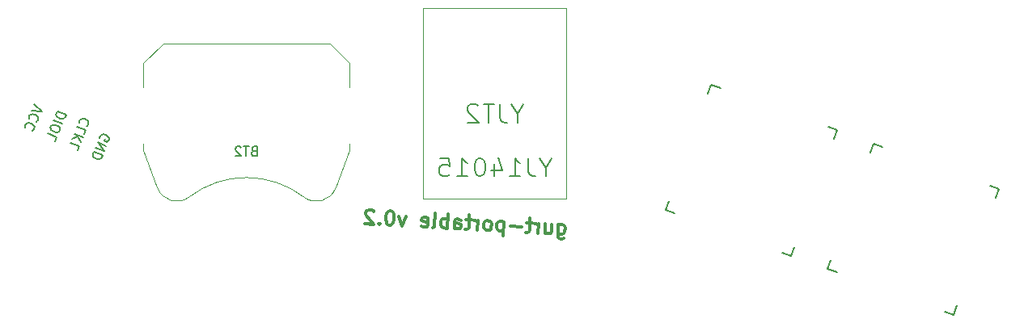
<source format=gbr>
%TF.GenerationSoftware,KiCad,Pcbnew,(6.0.4)*%
%TF.CreationDate,2022-07-15T11:17:58+02:00*%
%TF.ProjectId,kicad,6b696361-642e-46b6-9963-61645f706362,v 0.2*%
%TF.SameCoordinates,Original*%
%TF.FileFunction,Legend,Bot*%
%TF.FilePolarity,Positive*%
%FSLAX46Y46*%
G04 Gerber Fmt 4.6, Leading zero omitted, Abs format (unit mm)*
G04 Created by KiCad (PCBNEW (6.0.4)) date 2022-07-15 11:17:58*
%MOMM*%
%LPD*%
G01*
G04 APERTURE LIST*
%ADD10C,0.300000*%
%ADD11C,0.150000*%
%ADD12C,0.152400*%
%ADD13C,0.100000*%
G04 APERTURE END LIST*
D10*
X156653460Y-132939287D02*
X156589909Y-134151909D01*
X156653763Y-134298308D01*
X156721355Y-134373377D01*
X156860279Y-134452184D01*
X157074271Y-134463399D01*
X157220670Y-134399545D01*
X156604862Y-133866586D02*
X156743785Y-133945393D01*
X157029108Y-133960346D01*
X157175508Y-133896492D01*
X157250576Y-133828900D01*
X157329384Y-133689977D01*
X157351813Y-133261993D01*
X157287959Y-133115593D01*
X157220367Y-133040524D01*
X157081444Y-132961717D01*
X156796121Y-132946764D01*
X156649721Y-133010618D01*
X155298177Y-132868260D02*
X155245841Y-133866889D01*
X155940153Y-132901904D02*
X155899032Y-133686542D01*
X155820225Y-133825465D01*
X155673825Y-133889319D01*
X155459833Y-133878104D01*
X155320910Y-133799297D01*
X155253317Y-133724228D01*
X154532534Y-133829506D02*
X154584870Y-132830877D01*
X154569917Y-133116200D02*
X154506063Y-132969800D01*
X154438470Y-132894731D01*
X154299547Y-132815924D01*
X154156886Y-132808447D01*
X153871563Y-132793494D02*
X153300918Y-132763588D01*
X153683739Y-132282964D02*
X153616450Y-133566917D01*
X153537643Y-133705840D01*
X153391243Y-133769694D01*
X153248582Y-133762217D01*
X152779173Y-133165404D02*
X151637882Y-133105591D01*
X150947005Y-132640224D02*
X150868501Y-134138169D01*
X150943267Y-132711555D02*
X150804344Y-132632748D01*
X150519021Y-132617795D01*
X150372622Y-132681649D01*
X150297553Y-132749241D01*
X150218745Y-132888164D01*
X150196316Y-133316148D01*
X150260170Y-133462548D01*
X150327762Y-133537617D01*
X150466685Y-133616424D01*
X150752008Y-133631377D01*
X150898408Y-133567523D01*
X149325394Y-133556612D02*
X149471794Y-133492758D01*
X149546863Y-133425165D01*
X149625670Y-133286242D01*
X149648100Y-132858258D01*
X149584246Y-132711858D01*
X149516653Y-132636789D01*
X149377730Y-132557982D01*
X149163738Y-132546767D01*
X149017339Y-132610621D01*
X148942270Y-132678214D01*
X148863462Y-132817137D01*
X148841033Y-133245121D01*
X148904887Y-133391521D01*
X148972479Y-133466590D01*
X149111402Y-133545397D01*
X149325394Y-133556612D01*
X148184103Y-133496799D02*
X148236439Y-132498170D01*
X148221486Y-132783492D02*
X148157632Y-132637093D01*
X148090040Y-132562024D01*
X147951117Y-132483217D01*
X147808455Y-132475740D01*
X147523133Y-132460787D02*
X146952487Y-132430881D01*
X147335308Y-131950257D02*
X147268019Y-133234209D01*
X147189212Y-133373133D01*
X147042813Y-133436987D01*
X146900151Y-133429510D01*
X145758860Y-133369698D02*
X145799981Y-132585060D01*
X145878789Y-132446137D01*
X146025188Y-132382283D01*
X146310511Y-132397236D01*
X146449434Y-132476043D01*
X145762599Y-133298367D02*
X145901522Y-133377174D01*
X146258175Y-133395866D01*
X146404575Y-133332011D01*
X146483382Y-133193088D01*
X146490858Y-133050427D01*
X146427004Y-132904027D01*
X146288081Y-132825220D01*
X145931428Y-132806529D01*
X145792505Y-132727721D01*
X145045553Y-133332315D02*
X145124057Y-131834370D01*
X145094151Y-132405016D02*
X144955228Y-132326209D01*
X144669905Y-132311256D01*
X144523506Y-132375110D01*
X144448437Y-132442702D01*
X144369629Y-132581625D01*
X144347200Y-133009609D01*
X144411054Y-133156009D01*
X144478646Y-133231078D01*
X144617569Y-133309885D01*
X144902892Y-133324838D01*
X145049292Y-133260984D01*
X143476278Y-133250073D02*
X143622678Y-133186218D01*
X143701485Y-133047295D01*
X143768774Y-131763343D01*
X142338726Y-133118929D02*
X142477649Y-133197737D01*
X142762972Y-133212690D01*
X142909371Y-133148836D01*
X142988179Y-133009913D01*
X143018085Y-132439267D01*
X142954231Y-132292867D01*
X142815308Y-132214060D01*
X142529985Y-132199107D01*
X142383585Y-132262961D01*
X142304778Y-132401884D01*
X142297301Y-132544546D01*
X143003132Y-132724590D01*
X140675387Y-132101912D02*
X140266398Y-133081850D01*
X139962080Y-132064529D01*
X139132280Y-131520355D02*
X138989619Y-131512878D01*
X138843219Y-131576732D01*
X138768150Y-131644325D01*
X138689343Y-131783248D01*
X138603059Y-132064832D01*
X138584368Y-132421486D01*
X138640745Y-132710547D01*
X138704599Y-132856946D01*
X138772192Y-132932015D01*
X138911115Y-133010822D01*
X139053776Y-133018299D01*
X139200176Y-132954445D01*
X139275245Y-132886853D01*
X139354052Y-132747929D01*
X139440336Y-132466345D01*
X139459027Y-132109692D01*
X139402650Y-131820631D01*
X139338796Y-131674231D01*
X139271203Y-131599162D01*
X139132280Y-131520355D01*
X137919962Y-132815825D02*
X137844893Y-132883418D01*
X137912485Y-132958487D01*
X137987554Y-132890894D01*
X137919962Y-132815825D01*
X137912485Y-132958487D01*
X137341537Y-131569559D02*
X137273944Y-131494490D01*
X137135021Y-131415683D01*
X136778368Y-131396991D01*
X136631968Y-131460846D01*
X136556899Y-131528438D01*
X136478092Y-131667361D01*
X136470615Y-131810022D01*
X136530731Y-132027753D01*
X137341840Y-132928580D01*
X136414541Y-132879983D01*
D11*
X105104592Y-121444916D02*
X104177408Y-121070309D01*
X104088216Y-121291067D01*
X104078853Y-121441361D01*
X104131479Y-121565341D01*
X104201944Y-121645169D01*
X104360712Y-121760674D01*
X104493167Y-121814190D01*
X104687612Y-121841392D01*
X104793753Y-121832917D01*
X104917733Y-121780291D01*
X105015400Y-121665674D01*
X105104592Y-121444916D01*
X104729985Y-122372100D02*
X103802802Y-121997493D01*
X103553064Y-122615616D02*
X103481710Y-122792222D01*
X103490185Y-122898364D01*
X103542811Y-123022344D01*
X103701580Y-123137849D01*
X104010641Y-123262718D01*
X104205086Y-123289920D01*
X104329066Y-123237294D01*
X104408894Y-123166829D01*
X104480248Y-122990222D01*
X104471773Y-122884081D01*
X104419147Y-122760101D01*
X104260379Y-122644596D01*
X103951317Y-122519727D01*
X103756872Y-122492525D01*
X103632892Y-122545151D01*
X103553064Y-122615616D01*
X103980772Y-124226468D02*
X104159156Y-123784951D01*
X103231973Y-123410345D01*
X108621822Y-123906270D02*
X108613347Y-123800129D01*
X108666863Y-123667674D01*
X108764529Y-123553058D01*
X108888509Y-123500431D01*
X108994651Y-123491956D01*
X109189096Y-123519158D01*
X109321551Y-123572674D01*
X109480319Y-123688179D01*
X109550784Y-123768007D01*
X109603410Y-123891987D01*
X109594046Y-124042281D01*
X109558370Y-124130584D01*
X109460703Y-124245200D01*
X109398713Y-124271513D01*
X109089651Y-124146645D01*
X109161005Y-123970038D01*
X109326470Y-124704555D02*
X108399286Y-124329948D01*
X109112409Y-125234374D01*
X108185226Y-124859767D01*
X108934025Y-125675890D02*
X108006841Y-125301284D01*
X107917649Y-125522042D01*
X107908286Y-125672335D01*
X107960912Y-125796315D01*
X108031377Y-125876143D01*
X108190145Y-125991649D01*
X108322600Y-126045164D01*
X108517045Y-126072366D01*
X108623186Y-126063891D01*
X108747166Y-126011265D01*
X108844833Y-125896648D01*
X108934025Y-125675890D01*
X101766888Y-120358688D02*
X102557149Y-121056254D01*
X101506401Y-120972358D01*
X101985720Y-122158714D02*
X102048160Y-122133487D01*
X102147812Y-122020592D01*
X102185025Y-121932925D01*
X102197010Y-121782818D01*
X102146555Y-121657939D01*
X102077494Y-121576893D01*
X101920766Y-121458634D01*
X101789266Y-121402815D01*
X101595325Y-121372224D01*
X101489052Y-121378845D01*
X101364172Y-121429300D01*
X101264520Y-121542194D01*
X101227307Y-121629861D01*
X101215322Y-121779968D01*
X101240549Y-121842408D01*
X101594989Y-123079219D02*
X101657429Y-123053992D01*
X101757081Y-122941097D01*
X101794293Y-122853430D01*
X101806279Y-122703323D01*
X101755824Y-122578444D01*
X101686763Y-122497398D01*
X101530035Y-122379139D01*
X101398534Y-122323320D01*
X101204594Y-122292729D01*
X101098321Y-122299350D01*
X100973441Y-122349805D01*
X100873789Y-122462699D01*
X100836576Y-122550366D01*
X100824591Y-122700473D01*
X100849818Y-122762913D01*
X107255743Y-122606604D02*
X107317733Y-122580291D01*
X107415400Y-122465674D01*
X107451077Y-122377371D01*
X107460440Y-122227078D01*
X107407814Y-122103098D01*
X107337349Y-122023269D01*
X107178581Y-121907764D01*
X107046126Y-121854249D01*
X106851682Y-121827047D01*
X106745540Y-121835521D01*
X106621560Y-121888148D01*
X106523893Y-122002764D01*
X106488216Y-122091067D01*
X106478853Y-122241361D01*
X106505166Y-122303351D01*
X107005117Y-123481161D02*
X107183501Y-123039645D01*
X106256317Y-122665038D01*
X106880248Y-123790222D02*
X105953064Y-123415616D01*
X106666187Y-124320042D02*
X106296913Y-123708616D01*
X105739003Y-123945435D02*
X106482883Y-123629677D01*
X106327257Y-125158922D02*
X106505641Y-124717406D01*
X105578457Y-124342800D01*
D12*
%TO.C,YJT2*%
X152371939Y-121330458D02*
X152371939Y-122249696D01*
X153015405Y-120319296D02*
X152371939Y-121330458D01*
X151728472Y-120319296D01*
X150533462Y-120319296D02*
X150533462Y-121698153D01*
X150625386Y-121973924D01*
X150809234Y-122157772D01*
X151085005Y-122249696D01*
X151268853Y-122249696D01*
X149889996Y-120319296D02*
X148786910Y-120319296D01*
X149338453Y-122249696D02*
X149338453Y-120319296D01*
X148235367Y-120503143D02*
X148143443Y-120411220D01*
X147959596Y-120319296D01*
X147499977Y-120319296D01*
X147316129Y-120411220D01*
X147224205Y-120503143D01*
X147132281Y-120686991D01*
X147132281Y-120870839D01*
X147224205Y-121146610D01*
X148327291Y-122249696D01*
X147132281Y-122249696D01*
X155313500Y-126969258D02*
X155313500Y-127888496D01*
X155956967Y-125958096D02*
X155313500Y-126969258D01*
X154670034Y-125958096D01*
X153475024Y-125958096D02*
X153475024Y-127336953D01*
X153566948Y-127612724D01*
X153750796Y-127796572D01*
X154026567Y-127888496D01*
X154210415Y-127888496D01*
X151544624Y-127888496D02*
X152647710Y-127888496D01*
X152096167Y-127888496D02*
X152096167Y-125958096D01*
X152280015Y-126233867D01*
X152463862Y-126417715D01*
X152647710Y-126509639D01*
X149889996Y-126601562D02*
X149889996Y-127888496D01*
X150349615Y-125866172D02*
X150809234Y-127245029D01*
X149614224Y-127245029D01*
X148511139Y-125958096D02*
X148327291Y-125958096D01*
X148143443Y-126050020D01*
X148051520Y-126141943D01*
X147959596Y-126325791D01*
X147867672Y-126693486D01*
X147867672Y-127153105D01*
X147959596Y-127520800D01*
X148051520Y-127704648D01*
X148143443Y-127796572D01*
X148327291Y-127888496D01*
X148511139Y-127888496D01*
X148694986Y-127796572D01*
X148786910Y-127704648D01*
X148878834Y-127520800D01*
X148970758Y-127153105D01*
X148970758Y-126693486D01*
X148878834Y-126325791D01*
X148786910Y-126141943D01*
X148694986Y-126050020D01*
X148511139Y-125958096D01*
X146029196Y-127888496D02*
X147132281Y-127888496D01*
X146580739Y-127888496D02*
X146580739Y-125958096D01*
X146764586Y-126233867D01*
X146948434Y-126417715D01*
X147132281Y-126509639D01*
X144282643Y-125958096D02*
X145201881Y-125958096D01*
X145293805Y-126877334D01*
X145201881Y-126785410D01*
X145018034Y-126693486D01*
X144558415Y-126693486D01*
X144374567Y-126785410D01*
X144282643Y-126877334D01*
X144190720Y-127061181D01*
X144190720Y-127520800D01*
X144282643Y-127704648D01*
X144374567Y-127796572D01*
X144558415Y-127888496D01*
X145018034Y-127888496D01*
X145201881Y-127796572D01*
X145293805Y-127704648D01*
D11*
%TO.C,BT2*%
X124785714Y-125238571D02*
X124642857Y-125286190D01*
X124595238Y-125333809D01*
X124547619Y-125429047D01*
X124547619Y-125571904D01*
X124595238Y-125667142D01*
X124642857Y-125714761D01*
X124738095Y-125762380D01*
X125119047Y-125762380D01*
X125119047Y-124762380D01*
X124785714Y-124762380D01*
X124690476Y-124810000D01*
X124642857Y-124857619D01*
X124595238Y-124952857D01*
X124595238Y-125048095D01*
X124642857Y-125143333D01*
X124690476Y-125190952D01*
X124785714Y-125238571D01*
X125119047Y-125238571D01*
X124261904Y-124762380D02*
X123690476Y-124762380D01*
X123976190Y-125762380D02*
X123976190Y-124762380D01*
X123404761Y-124857619D02*
X123357142Y-124810000D01*
X123261904Y-124762380D01*
X123023809Y-124762380D01*
X122928571Y-124810000D01*
X122880952Y-124857619D01*
X122833333Y-124952857D01*
X122833333Y-125048095D01*
X122880952Y-125190952D01*
X123452380Y-125762380D01*
X122833333Y-125762380D01*
%TO.C,SW17*%
X184844394Y-137594451D02*
X185186414Y-136654759D01*
X189632676Y-124438755D02*
X190572368Y-124780775D01*
X202788372Y-129227037D02*
X202446352Y-130166729D01*
X198342110Y-141443041D02*
X198000090Y-142382733D01*
X201848680Y-128885017D02*
X202788372Y-129227037D01*
X185784086Y-137936471D02*
X184844394Y-137594451D01*
X198000090Y-142382733D02*
X197060398Y-142040713D01*
X189290656Y-125378447D02*
X189632676Y-124438755D01*
%TO.C,SW13*%
X181026904Y-136211906D02*
X180087212Y-135869886D01*
X168810900Y-131765644D02*
X167871208Y-131423624D01*
X172317470Y-119207620D02*
X172659490Y-118267928D01*
X172659490Y-118267928D02*
X173599182Y-118609948D01*
X184875494Y-122714190D02*
X185815186Y-123056210D01*
X181368924Y-135272214D02*
X181026904Y-136211906D01*
X185815186Y-123056210D02*
X185473166Y-123995902D01*
X167871208Y-131423624D02*
X168213228Y-130483932D01*
D13*
%TO.C,YJT2*%
X157480000Y-130251180D02*
X142483840Y-130251180D01*
X142483840Y-130251180D02*
X142483840Y-110251220D01*
X142483840Y-110251220D02*
X157480000Y-110251220D01*
X157480000Y-110251220D02*
X157480000Y-130251180D01*
%TO.C,BT2*%
X113220000Y-125130000D02*
X114660000Y-129080000D01*
X115300000Y-113960000D02*
X113220000Y-116040000D01*
X113220000Y-124500000D02*
X113220000Y-125130000D01*
X134780000Y-124500000D02*
X134780000Y-125130000D01*
X132700000Y-113960000D02*
X134780000Y-116040000D01*
X134780000Y-125130000D02*
X133340000Y-129080000D01*
X113220000Y-116040000D02*
X113220000Y-118500000D01*
X134780000Y-116040000D02*
X134780000Y-118500000D01*
X115300000Y-113960000D02*
X132700000Y-113960000D01*
X130004600Y-130053536D02*
G75*
G03*
X118000000Y-130050000I-6004600J-7806466D01*
G01*
X130003354Y-130066530D02*
G75*
G03*
X133340000Y-129080000I1306646J1716531D01*
G01*
X114674756Y-129088169D02*
G75*
G03*
X118000000Y-130050000I2015244J738169D01*
G01*
%TD*%
M02*

</source>
